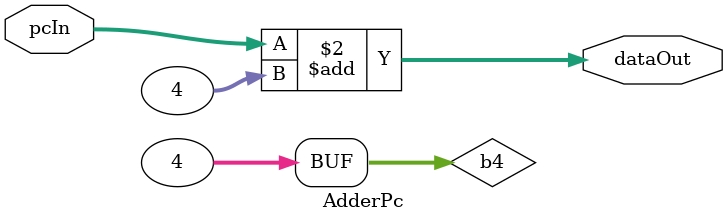
<source format=v>
`timescale 1ns/1ns

module AdderPc(
    input [31:0] pcIn,
    output reg[31:0] dataOut
);
integer b4;
always@(*)begin
    b4 = 3'b100;
    case(b4)
	3'b100:	
		begin
    			dataOut = pcIn + b4;
		end
    endcase	
end

initial
begin
	dataOut = 32'd0;
end
endmodule
</source>
